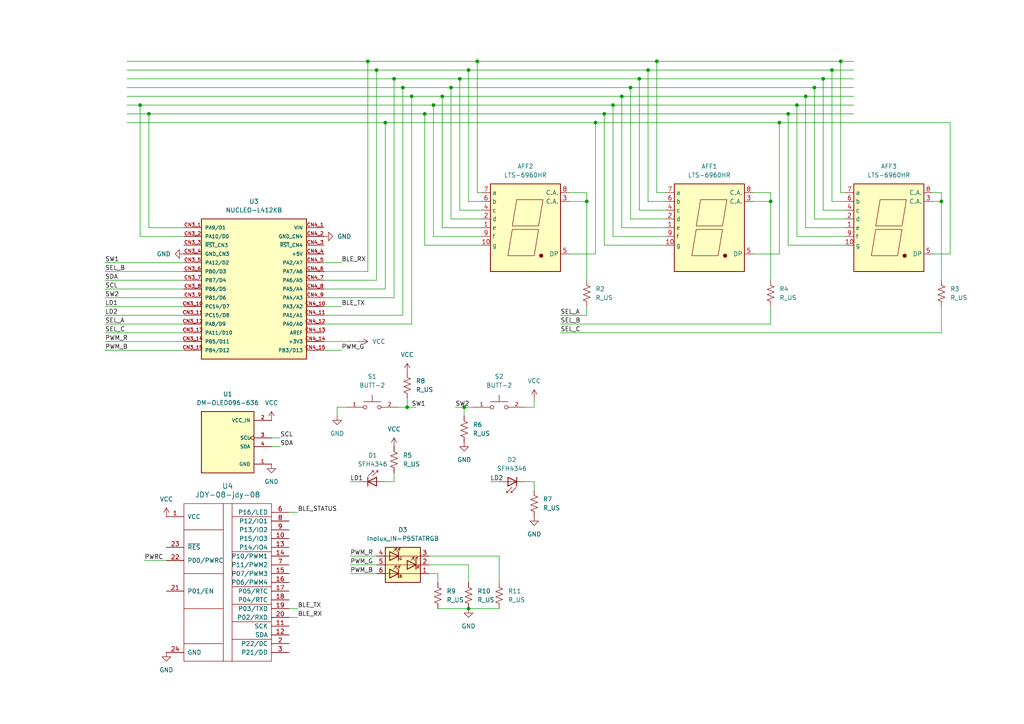
<source format=kicad_sch>
(kicad_sch (version 20250114) (generator "eeschema") (generator_version "9.0")
  (paper "A4")
  (lib_symbols
    (symbol "BUTT-2:BUTT-2" (pin_names (offset 1.016))
      (property "Reference" "S" (at -5.08 3.81 0))
      (property "Value" "BUTT-2" (at -5.08 -3.81 0))
      (symbol "BUTT-2_0_0"
        (polyline (pts (xy -2.54 1.5875) (xy 0 1.5875)) (stroke (width 0.1524)))
        (circle (center -2.0638 0) (radius 0.508) (stroke (width 0.1524)))
        (polyline (pts (xy 0 1.5875) (xy 0 3.4925)) (stroke (width 0.1524)))
        (polyline (pts (xy 0 1.5875) (xy 2.54 1.5875)) (stroke (width 0.1524)))
        (circle (center 2.0638 0) (radius 0.508) (stroke (width 0.1524)))
        (pin passive line (at -7.62 0 0) (length 5.08) (name "~") (number "1"))
        (pin passive line (at 7.62 0 180) (length 5.08) (name "~") (number "2"))
      )
    )
    (symbol "DM-OLED096-636:DM-OLED096-636" (pin_names (offset 1.016))
      (property "Reference" "U" (at -7.62 10.922 0))
      (property "Value" "DM-OLED096-636" (at -7.62 -10.16 0))
      (symbol "DM-OLED096-636_0_0"
        (rectangle (start -7.62 -7.62) (end 7.62 10.16) (stroke (width 0.254)) (fill (type background)))
        (pin power_in line (at 12.7 7.62 180) (length 5.08) (name "VCC_IN") (number "2"))
        (pin input clock (at 12.7 2.54 180) (length 5.08) (name "SCL") (number "3"))
        (pin bidirectional line (at 12.7 0 180) (length 5.08) (name "SDA") (number "4"))
        (pin power_in line (at 12.7 -5.08 180) (length 5.08) (name "GND") (number "1"))
      )
    )
    (symbol "Device:R_US" (pin_numbers (hide yes)) (pin_names (offset 0))
      (property "Reference" "R" (at 2.54 0 90))
      (property "Value" "R_US" (at -2.54 0 90))
      (symbol "R_US_0_1"
        (polyline (pts (xy 0 2.286) (xy 0 2.54)))
        (polyline (pts (xy 0 2.286) (xy 1.016 1.905) (xy 0 1.524) (xy -1.016 1.143) (xy 0 0.762)))
        (polyline (pts (xy 0 0.762) (xy 1.016 0.381) (xy 0 0) (xy -1.016 -0.381) (xy 0 -0.762)))
        (polyline (pts (xy 0 -0.762) (xy 1.016 -1.143) (xy 0 -1.524) (xy -1.016 -1.905) (xy 0 -2.286)))
        (polyline (pts (xy 0 -2.286) (xy 0 -2.54)))
      )
      (symbol "R_US_1_1"
        (pin passive line (at 0 3.81 270) (length 1.27) (name "~") (number "1"))
        (pin passive line (at 0 -3.81 90) (length 1.27) (name "~") (number "2"))
      )
    )
    (symbol "Display_Character:LTS-6960HR"
      (property "Reference" "AFF" (at -7.874 13.97 0))
      (property "Value" "LTS-6960HR" (at -2.032 13.97 0))
      (symbol "LTS-6960HR_0_1"
        (rectangle (start -10.16 12.7) (end 10.16 -12.7) (stroke (width 0.254)) (fill (type background)))
        (polyline (pts (xy -3.81 -0.508) (xy 3.81 -0.508) (xy 2.54 -8.128) (xy -5.08 -8.128) (xy -3.81 -0.508) (xy -3.81 -0.508)))
        (polyline (pts (xy -2.54 8.128) (xy 5.08 8.128) (xy 3.81 0.508) (xy -3.81 0.508) (xy -2.54 8.128) (xy -2.54 8.128)))
        (circle (center 4.572 -8.128) (radius 0.508) (fill (type outline)))
      )
      (symbol "LTS-6960HR_1_1"
        (pin passive line (at -12.7 10.16 0) (length 2.54) (name "a") (number "7"))
        (pin passive line (at -12.7 7.62 0) (length 2.54) (name "b") (number "6"))
        (pin passive line (at -12.7 5.08 0) (length 2.54) (name "c") (number "4"))
        (pin passive line (at -12.7 2.54 0) (length 2.54) (name "d") (number "2"))
        (pin passive line (at -12.7 0 0) (length 2.54) (name "e") (number "1"))
        (pin passive line (at -12.7 -2.54 0) (length 2.54) (name "f") (number "9"))
        (pin passive line (at -12.7 -5.08 0) (length 2.54) (name "g") (number "10"))
        (pin passive line (at 12.7 10.16 180) (length 2.54) (name "C.A.") (number "8"))
        (pin passive line (at 12.7 7.62 180) (length 2.54) (name "C.A.") (number "3"))
        (pin passive line (at 12.7 -7.62 180) (length 2.54) (name "DP") (number "5"))
      )
    )
    (symbol "LED:Inolux_IN-P55TATRGB" (pin_names (hide yes))
      (property "Reference" "D" (at -5.08 6.35 0))
      (property "Value" "Inolux_IN-P55TATRGB" (at -5.08 -6.35 0))
      (symbol "Inolux_IN-P55TATRGB_0_0"
        (text "B" (at -0.635 -3.3274 0) (effects (font (size 0.762 0.762))))
      )
      (symbol "Inolux_IN-P55TATRGB_0_1"
        (rectangle (start -5.08 5.08) (end 5.08 -5.08) (stroke (width 0.254)) (fill (type background)))
        (polyline (pts (xy -5.08 2.54) (xy 5.08 2.54)))
        (polyline (pts (xy -5.08 0) (xy 5.08 0)))
        (polyline (pts (xy -5.08 -2.54) (xy 5.08 -2.54)))
        (polyline (pts (xy -3.81 3.81) (xy -3.81 1.27) (xy -1.27 2.54) (xy -3.81 3.81)) (stroke (width 0.254)))
        (polyline (pts (xy -3.81 -1.27) (xy -3.81 -3.81) (xy -1.27 -2.54) (xy -3.81 -1.27)) (stroke (width 0.254)))
        (polyline (pts (xy -2.794 3.81) (xy -1.778 4.826)))
        (polyline (pts (xy -2.794 -1.27) (xy -1.778 -0.254)))
        (polyline (pts (xy -2.54 4.572) (xy -1.778 4.826) (xy -2.032 4.064)))
        (polyline (pts (xy -2.032 -1.016) (xy -1.778 -0.254) (xy -2.54 -0.508)))
        (polyline (pts (xy -1.778 3.81) (xy -0.762 4.826)))
        (polyline (pts (xy -1.778 -1.27) (xy -0.762 -0.254)))
        (polyline (pts (xy -1.524 4.572) (xy -0.762 4.826) (xy -1.016 4.064)))
        (polyline (pts (xy -1.524 -0.508) (xy -0.762 -0.254) (xy -1.016 -1.016)))
        (polyline (pts (xy -1.27 3.81) (xy -1.27 1.27)) (stroke (width 0.254)))
        (polyline (pts (xy -1.27 -1.27) (xy -1.27 -3.81)) (stroke (width 0.254)))
        (polyline (pts (xy 1.27 1.27) (xy 1.27 -1.27) (xy 3.81 0) (xy 1.27 1.27)) (stroke (width 0.254)))
        (polyline (pts (xy 2.286 1.27) (xy 3.302 2.286)))
        (polyline (pts (xy 3.048 1.524) (xy 3.302 2.286) (xy 2.54 2.032)))
        (polyline (pts (xy 3.302 1.27) (xy 4.318 2.286)))
        (polyline (pts (xy 3.556 2.032) (xy 4.318 2.286) (xy 4.064 1.524)))
        (polyline (pts (xy 3.81 1.27) (xy 3.81 -1.27)) (stroke (width 0.254)))
      )
      (symbol "Inolux_IN-P55TATRGB_1_0"
        (text "G" (at -0.635 1.8034 0) (effects (font (size 0.762 0.762))))
        (text "R" (at 4.4196 -0.7112 0) (effects (font (size 0.762 0.762))))
      )
      (symbol "Inolux_IN-P55TATRGB_1_1"
        (pin passive line (at -7.62 2.54 0) (length 2.54) (name "AG") (number "4"))
        (pin passive line (at -7.62 0 0) (length 2.54) (name "AR") (number "5"))
        (pin passive line (at -7.62 -2.54 0) (length 2.54) (name "AB") (number "6"))
        (pin passive line (at 7.62 2.54 180) (length 2.54) (name "KG") (number "3"))
        (pin passive line (at 7.62 0 180) (length 2.54) (name "KR") (number "2"))
        (pin passive line (at 7.62 -2.54 180) (length 2.54) (name "KB") (number "1"))
      )
    )
    (symbol "LED:SFH4346" (pin_numbers (hide yes)) (pin_names (offset 1.016) (hide yes))
      (property "Reference" "D" (at 0.508 1.778 0))
      (property "Value" "SFH4346" (at -1.016 -2.794 0))
      (symbol "SFH4346_0_1"
        (polyline (pts (xy -2.54 1.27) (xy -2.54 -1.27)) (stroke (width 0.254)))
        (polyline (pts (xy -2.413 1.651) (xy -0.889 3.175) (xy -0.889 2.667) (xy -0.889 3.175) (xy -1.397 3.175)))
        (polyline (pts (xy -1.143 1.651) (xy 0.381 3.175) (xy 0.381 2.667)))
        (polyline (pts (xy 0 1.27) (xy -2.54 0) (xy 0 -1.27) (xy 0 1.27)) (stroke (width 0.254)))
        (polyline (pts (xy 0 0) (xy -2.54 0)))
        (polyline (pts (xy 0.381 3.175) (xy -0.127 3.175)))
      )
      (symbol "SFH4346_1_1"
        (pin passive line (at -5.08 0 0) (length 2.54) (name "K") (number "1"))
        (pin passive line (at 2.54 0 180) (length 2.54) (name "A") (number "2"))
      )
    )
    (symbol "NUCLEO-L412KB:NUCLEO-L412KB" (pin_names (offset 1.016))
      (property "Reference" "U" (at -15.24 21.082 0))
      (property "Value" "NUCLEO-L412KB" (at -15.24 -22.86 0))
      (symbol "NUCLEO-L412KB_0_0"
        (rectangle (start -15.24 -20.32) (end 15.24 20.32) (stroke (width 0.254)) (fill (type background)))
        (pin bidirectional line (at -20.32 17.78 0) (length 5.08) (name "PA9/D1") (number "CN3_1"))
        (pin bidirectional line (at -20.32 15.24 0) (length 5.08) (name "PA10/D0") (number "CN3_2"))
        (pin bidirectional line (at -20.32 12.7 0) (length 5.08) (name "~{RST}_CN3") (number "CN3_3"))
        (pin power_in line (at -20.32 10.16 0) (length 5.08) (name "GND_CN3") (number "CN3_4"))
        (pin bidirectional line (at -20.32 7.62 0) (length 5.08) (name "PA12/D2") (number "CN3_5"))
        (pin bidirectional line (at -20.32 5.08 0) (length 5.08) (name "PB0/D3") (number "CN3_6"))
        (pin bidirectional line (at -20.32 2.54 0) (length 5.08) (name "PB7/D4") (number "CN3_7"))
        (pin bidirectional line (at -20.32 0 0) (length 5.08) (name "PB6/D5") (number "CN3_8"))
        (pin bidirectional line (at -20.32 -2.54 0) (length 5.08) (name "PB1/D6") (number "CN3_9"))
        (pin bidirectional line (at -20.32 -5.08 0) (length 5.08) (name "PC14/D7") (number "CN3_10"))
        (pin bidirectional line (at -20.32 -7.62 0) (length 5.08) (name "PC15/D8") (number "CN3_11"))
        (pin bidirectional line (at -20.32 -10.16 0) (length 5.08) (name "PA8/D9") (number "CN3_12"))
        (pin bidirectional line (at -20.32 -12.7 0) (length 5.08) (name "PA11/D10") (number "CN3_13"))
        (pin bidirectional line (at -20.32 -15.24 0) (length 5.08) (name "PB5/D11") (number "CN3_14"))
        (pin bidirectional line (at -20.32 -17.78 0) (length 5.08) (name "PB4/D12") (number "CN3_15"))
        (pin power_in line (at 20.32 17.78 180) (length 5.08) (name "VIN") (number "CN4_1"))
        (pin power_in line (at 20.32 15.24 180) (length 5.08) (name "GND_CN4") (number "CN4_2"))
        (pin bidirectional line (at 20.32 12.7 180) (length 5.08) (name "~{RST}_CN4") (number "CN4_3"))
        (pin power_in line (at 20.32 10.16 180) (length 5.08) (name "+5V") (number "CN4_4"))
        (pin bidirectional line (at 20.32 7.62 180) (length 5.08) (name "PA2/A7") (number "CN4_5"))
        (pin bidirectional line (at 20.32 5.08 180) (length 5.08) (name "PA7/A6") (number "CN4_6"))
        (pin bidirectional line (at 20.32 2.54 180) (length 5.08) (name "PA6/A5") (number "CN4_7"))
        (pin bidirectional line (at 20.32 0 180) (length 5.08) (name "PA5/A4") (number "CN4_8"))
        (pin bidirectional line (at 20.32 -2.54 180) (length 5.08) (name "PA4/A3") (number "CN4_9"))
        (pin bidirectional line (at 20.32 -5.08 180) (length 5.08) (name "PA3/A2") (number "CN4_10"))
        (pin bidirectional line (at 20.32 -7.62 180) (length 5.08) (name "PA1/A1") (number "CN4_11"))
        (pin bidirectional line (at 20.32 -10.16 180) (length 5.08) (name "PA0/A0") (number "CN4_12"))
        (pin input line (at 20.32 -12.7 180) (length 5.08) (name "AREF") (number "CN4_13"))
        (pin power_in line (at 20.32 -15.24 180) (length 5.08) (name "+3V3") (number "CN4_14"))
        (pin bidirectional line (at 20.32 -17.78 180) (length 5.08) (name "PB3/D13") (number "CN4_15"))
      )
    )
    (symbol "power:GND" (power) (pin_numbers (hide yes)) (pin_names (offset 0) (hide yes))
      (property "Value" "GND" (at 0 -3.81 0))
      (symbol "GND_0_1"
        (polyline (pts (xy 0 0) (xy 0 -1.27) (xy 1.27 -1.27) (xy 0 -2.54) (xy -1.27 -1.27) (xy 0 -1.27)))
      )
      (symbol "GND_1_1"
        (pin power_in line (at 0 0 270) (length 0) (name "~") (number "1"))
      )
    )
    (symbol "power:VCC" (power) (pin_numbers (hide yes)) (pin_names (offset 0) (hide yes))
      (property "Value" "VCC" (at 0 3.556 0))
      (symbol "VCC_0_1"
        (polyline (pts (xy -0.762 1.27) (xy 0 2.54)))
        (polyline (pts (xy 0 2.54) (xy 0.762 1.27)))
        (polyline (pts (xy 0 0) (xy 0 2.54)))
      )
      (symbol "VCC_1_1"
        (pin power_in line (at 0 0 90) (length 0) (name "~") (number "1"))
      )
    )
    (symbol "wireless_measurement_ard-rescue:JDY-08-jdy-08" (pin_names (offset 1.016))
      (property "Reference" "U" (at 0 25.4 0))
      (property "Value" "JDY-08-jdy-08" (at 0 -24.13 0))
      (symbol "JDY-08-jdy-08_0_1"
        (rectangle (start -12.7 22.86) (end 12.7 -22.86))
        (polyline (pts (xy -12.7 15.24) (xy -1.27 15.24)))
        (polyline (pts (xy -12.7 2.54) (xy -1.27 2.54)))
        (polyline (pts (xy -12.7 -7.62) (xy -1.27 -7.62)))
        (polyline (pts (xy -12.7 -17.78) (xy -1.27 -17.78)))
        (polyline (pts (xy -1.27 -21.59) (xy -1.27 -22.86) (xy -1.27 22.86)))
        (polyline (pts (xy 1.27 19.05) (xy 12.7 19.05)))
        (polyline (pts (xy 1.27 8.89) (xy 12.7 8.89)))
        (polyline (pts (xy 1.27 -1.27) (xy 12.7 -1.27)))
        (polyline (pts (xy 1.27 -6.35) (xy 12.7 -6.35)))
        (polyline (pts (xy 1.27 -11.43) (xy 12.7 -11.43)))
        (polyline (pts (xy 1.27 -16.51) (xy 12.7 -16.51)))
        (polyline (pts (xy 1.27 -22.86) (xy 1.27 22.86)))
      )
      (symbol "JDY-08-jdy-08_1_1"
        (pin power_in line (at -17.78 19.05 0) (length 5.08) (name "VCC") (number "1"))
        (pin input line (at -17.78 10.16 0) (length 5.08) (name "~{RES}") (number "23"))
        (pin input line (at -17.78 6.35 0) (length 5.08) (name "P00/PWRC") (number "22"))
        (pin input line (at -17.78 -2.54 0) (length 5.08) (name "P01/EN") (number "21"))
        (pin power_in line (at -17.78 -20.32 0) (length 5.08) (name "GND") (number "24"))
        (pin output line (at 17.78 20.32 180) (length 5.08) (name "P16/LED") (number "6"))
        (pin output line (at 17.78 17.78 180) (length 5.08) (name "P12/IO1") (number "8"))
        (pin output line (at 17.78 15.24 180) (length 5.08) (name "P13/IO2") (number "9"))
        (pin output line (at 17.78 12.7 180) (length 5.08) (name "P15/IO3") (number "10"))
        (pin output line (at 17.78 10.16 180) (length 5.08) (name "P14/IO4") (number "13"))
        (pin output line (at 17.78 7.62 180) (length 5.08) (name "P10/PWM1") (number "14"))
        (pin output line (at 17.78 5.08 180) (length 5.08) (name "P11/PWM2") (number "7"))
        (pin output line (at 17.78 2.54 180) (length 5.08) (name "P07/PWM3") (number "15"))
        (pin output line (at 17.78 0 180) (length 5.08) (name "P06/PWM4") (number "16"))
        (pin output line (at 17.78 -2.54 180) (length 5.08) (name "P05/RTC") (number "17"))
        (pin output line (at 17.78 -5.08 180) (length 5.08) (name "P04/RTC") (number "18"))
        (pin output line (at 17.78 -7.62 180) (length 5.08) (name "P03/TXD") (number "19"))
        (pin input line (at 17.78 -10.16 180) (length 5.08) (name "P02/RXD") (number "20"))
        (pin bidirectional line (at 17.78 -12.7 180) (length 5.08) (name "SCK") (number "11"))
        (pin bidirectional line (at 17.78 -15.24 180) (length 5.08) (name "SDA") (number "12"))
        (pin output line (at 17.78 -17.78 180) (length 5.08) (name "P22/DC") (number "2"))
        (pin output line (at 17.78 -20.32 180) (length 5.08) (name "P21/DD") (number "3"))
      )
    )
  )
  (junction (at 273.05 58.42))
  (junction (at 134.62 118.11))
  (junction (at 175.26 33.02))
  (junction (at 226.06 35.56))
  (junction (at 128.27 27.94))
  (junction (at 185.42 22.86))
  (junction (at 180.34 27.94))
  (junction (at 172.72 35.56))
  (junction (at 43.18 33.02))
  (junction (at 170.18 58.42))
  (junction (at 130.81 25.4))
  (junction (at 236.22 25.4))
  (junction (at 177.8 30.48))
  (junction (at 123.19 33.02))
  (junction (at 223.52 58.42))
  (junction (at 133.35 22.86))
  (junction (at 231.14 30.48))
  (junction (at 114.3 22.86))
  (junction (at 190.5 17.78))
  (junction (at 228.6 33.02))
  (junction (at 111.76 35.56))
  (junction (at 106.68 17.78))
  (junction (at 187.96 20.32))
  (junction (at 243.84 17.78))
  (junction (at 125.73 30.48))
  (junction (at 135.89 176.53))
  (junction (at 116.84 25.4))
  (junction (at 233.68 27.94))
  (junction (at 109.22 20.32))
  (junction (at 40.64 30.48))
  (junction (at 238.76 22.86))
  (junction (at 182.88 25.4))
  (junction (at 135.89 20.32))
  (junction (at 119.38 27.94))
  (junction (at 241.3 20.32))
  (junction (at 118.11 118.11))
  (junction (at 138.43 17.78))
  (wire (pts (xy 138.43 17.78) (xy 190.5 17.78)))
  (wire (pts (xy 218.44 58.42) (xy 223.52 58.42)))
  (wire (pts (xy 138.43 17.78) (xy 138.43 55.88)))
  (wire (pts (xy 101.6 161.29) (xy 109.22 161.29)))
  (wire (pts (xy 236.22 25.4) (xy 247.65 25.4)))
  (wire (pts (xy 218.44 73.66) (xy 226.06 73.66)))
  (wire (pts (xy 114.3 22.86) (xy 114.3 86.36)))
  (wire (pts (xy 182.88 25.4) (xy 182.88 63.5)))
  (wire (pts (xy 93.98 81.28) (xy 109.22 81.28)))
  (wire (pts (xy 36.83 30.48) (xy 40.64 30.48)))
  (wire (pts (xy 245.11 71.12) (xy 228.6 71.12)))
  (wire (pts (xy 30.48 86.36) (xy 53.34 86.36)))
  (wire (pts (xy 86.36 148.59) (xy 83.82 148.59)))
  (wire (pts (xy 233.68 66.04) (xy 233.68 27.94)))
  (wire (pts (xy 134.62 120.65) (xy 134.62 118.11)))
  (wire (pts (xy 241.3 58.42) (xy 241.3 20.32)))
  (wire (pts (xy 130.81 63.5) (xy 130.81 25.4)))
  (wire (pts (xy 36.83 25.4) (xy 116.84 25.4)))
  (wire (pts (xy 53.34 68.58) (xy 40.64 68.58)))
  (wire (pts (xy 93.98 83.82) (xy 111.76 83.82)))
  (wire (pts (xy 119.38 27.94) (xy 128.27 27.94)))
  (wire (pts (xy 231.14 68.58) (xy 231.14 30.48)))
  (wire (pts (xy 30.48 91.44) (xy 53.34 91.44)))
  (wire (pts (xy 119.38 93.98) (xy 119.38 27.94)))
  (wire (pts (xy 124.46 166.37) (xy 127 166.37)))
  (wire (pts (xy 100.33 118.11) (xy 97.79 118.11)))
  (wire (pts (xy 111.76 35.56) (xy 172.72 35.56)))
  (wire (pts (xy 30.48 88.9) (xy 53.34 88.9)))
  (wire (pts (xy 40.64 30.48) (xy 125.73 30.48)))
  (wire (pts (xy 175.26 33.02) (xy 228.6 33.02)))
  (wire (pts (xy 116.84 25.4) (xy 130.81 25.4)))
  (wire (pts (xy 273.05 55.88) (xy 270.51 55.88)))
  (wire (pts (xy 124.46 161.29) (xy 144.78 161.29)))
  (wire (pts (xy 152.4 139.7) (xy 154.94 139.7)))
  (wire (pts (xy 154.94 115.57) (xy 154.94 118.11)))
  (wire (pts (xy 133.35 22.86) (xy 185.42 22.86)))
  (wire (pts (xy 130.81 25.4) (xy 182.88 25.4)))
  (wire (pts (xy 226.06 35.56) (xy 275.59 35.56)))
  (wire (pts (xy 99.06 101.6) (xy 93.98 101.6)))
  (wire (pts (xy 233.68 27.94) (xy 247.65 27.94)))
  (wire (pts (xy 30.48 76.2) (xy 53.34 76.2)))
  (wire (pts (xy 81.28 129.54) (xy 78.74 129.54)))
  (wire (pts (xy 154.94 139.7) (xy 154.94 142.24)))
  (wire (pts (xy 170.18 91.44) (xy 170.18 88.9)))
  (wire (pts (xy 99.06 76.2) (xy 93.98 76.2)))
  (wire (pts (xy 245.11 55.88) (xy 243.84 55.88)))
  (wire (pts (xy 93.98 93.98) (xy 119.38 93.98)))
  (wire (pts (xy 116.84 91.44) (xy 116.84 25.4)))
  (wire (pts (xy 93.98 88.9) (xy 99.06 88.9)))
  (wire (pts (xy 245.11 60.96) (xy 238.76 60.96)))
  (wire (pts (xy 93.98 91.44) (xy 116.84 91.44)))
  (wire (pts (xy 273.05 81.28) (xy 273.05 58.42)))
  (wire (pts (xy 193.04 66.04) (xy 180.34 66.04)))
  (wire (pts (xy 177.8 30.48) (xy 231.14 30.48)))
  (wire (pts (xy 123.19 71.12) (xy 123.19 33.02)))
  (wire (pts (xy 36.83 17.78) (xy 106.68 17.78)))
  (wire (pts (xy 114.3 137.16) (xy 114.3 139.7)))
  (wire (pts (xy 111.76 35.56) (xy 111.76 83.82)))
  (wire (pts (xy 180.34 27.94) (xy 180.34 66.04)))
  (wire (pts (xy 144.78 161.29) (xy 144.78 168.91)))
  (wire (pts (xy 275.59 73.66) (xy 275.59 35.56)))
  (wire (pts (xy 139.7 58.42) (xy 135.89 58.42)))
  (wire (pts (xy 43.18 33.02) (xy 123.19 33.02)))
  (wire (pts (xy 273.05 88.9) (xy 273.05 96.52)))
  (wire (pts (xy 109.22 20.32) (xy 109.22 81.28)))
  (wire (pts (xy 135.89 176.53) (xy 144.78 176.53)))
  (wire (pts (xy 30.48 81.28) (xy 53.34 81.28)))
  (wire (pts (xy 30.48 83.82) (xy 53.34 83.82)))
  (wire (pts (xy 193.04 63.5) (xy 182.88 63.5)))
  (wire (pts (xy 36.83 27.94) (xy 119.38 27.94)))
  (wire (pts (xy 135.89 58.42) (xy 135.89 20.32)))
  (wire (pts (xy 101.6 139.7) (xy 104.14 139.7)))
  (wire (pts (xy 193.04 71.12) (xy 175.26 71.12)))
  (wire (pts (xy 86.36 179.07) (xy 83.82 179.07)))
  (wire (pts (xy 139.7 55.88) (xy 138.43 55.88)))
  (wire (pts (xy 30.48 78.74) (xy 53.34 78.74)))
  (wire (pts (xy 245.11 68.58) (xy 231.14 68.58)))
  (wire (pts (xy 228.6 71.12) (xy 228.6 33.02)))
  (wire (pts (xy 139.7 66.04) (xy 128.27 66.04)))
  (wire (pts (xy 245.11 58.42) (xy 241.3 58.42)))
  (wire (pts (xy 226.06 73.66) (xy 226.06 35.56)))
  (wire (pts (xy 185.42 22.86) (xy 238.76 22.86)))
  (wire (pts (xy 165.1 58.42) (xy 170.18 58.42)))
  (wire (pts (xy 241.3 20.32) (xy 247.65 20.32)))
  (wire (pts (xy 81.28 127) (xy 78.74 127)))
  (wire (pts (xy 142.24 139.7) (xy 144.78 139.7)))
  (wire (pts (xy 127 176.53) (xy 135.89 176.53)))
  (wire (pts (xy 53.34 66.04) (xy 43.18 66.04)))
  (wire (pts (xy 228.6 33.02) (xy 247.65 33.02)))
  (wire (pts (xy 190.5 17.78) (xy 190.5 55.88)))
  (wire (pts (xy 270.51 73.66) (xy 275.59 73.66)))
  (wire (pts (xy 114.3 139.7) (xy 111.76 139.7)))
  (wire (pts (xy 170.18 58.42) (xy 170.18 81.28)))
  (wire (pts (xy 132.08 118.11) (xy 134.62 118.11)))
  (wire (pts (xy 135.89 163.83) (xy 135.89 168.91)))
  (wire (pts (xy 124.46 163.83) (xy 135.89 163.83)))
  (wire (pts (xy 193.04 68.58) (xy 177.8 68.58)))
  (wire (pts (xy 223.52 81.28) (xy 223.52 58.42)))
  (wire (pts (xy 114.3 22.86) (xy 133.35 22.86)))
  (wire (pts (xy 223.52 93.98) (xy 223.52 88.9)))
  (wire (pts (xy 273.05 58.42) (xy 273.05 55.88)))
  (wire (pts (xy 123.19 33.02) (xy 175.26 33.02)))
  (wire (pts (xy 193.04 60.96) (xy 185.42 60.96)))
  (wire (pts (xy 104.14 99.06) (xy 93.98 99.06)))
  (wire (pts (xy 115.57 118.11) (xy 118.11 118.11)))
  (wire (pts (xy 223.52 58.42) (xy 223.52 55.88)))
  (wire (pts (xy 238.76 22.86) (xy 238.76 60.96)))
  (wire (pts (xy 93.98 86.36) (xy 114.3 86.36)))
  (wire (pts (xy 53.34 96.52) (xy 30.48 96.52)))
  (wire (pts (xy 154.94 118.11) (xy 152.4 118.11)))
  (wire (pts (xy 36.83 35.56) (xy 111.76 35.56)))
  (wire (pts (xy 243.84 17.78) (xy 247.65 17.78)))
  (wire (pts (xy 41.91 162.56) (xy 48.26 162.56)))
  (wire (pts (xy 190.5 17.78) (xy 243.84 17.78)))
  (wire (pts (xy 187.96 20.32) (xy 187.96 58.42)))
  (wire (pts (xy 118.11 118.11) (xy 120.65 118.11)))
  (wire (pts (xy 175.26 71.12) (xy 175.26 33.02)))
  (wire (pts (xy 185.42 22.86) (xy 185.42 60.96)))
  (wire (pts (xy 139.7 60.96) (xy 133.35 60.96)))
  (wire (pts (xy 128.27 27.94) (xy 128.27 66.04)))
  (wire (pts (xy 43.18 33.02) (xy 43.18 66.04)))
  (wire (pts (xy 109.22 20.32) (xy 135.89 20.32)))
  (wire (pts (xy 106.68 17.78) (xy 138.43 17.78)))
  (wire (pts (xy 182.88 25.4) (xy 236.22 25.4)))
  (wire (pts (xy 93.98 78.74) (xy 106.68 78.74)))
  (wire (pts (xy 165.1 73.66) (xy 172.72 73.66)))
  (wire (pts (xy 106.68 17.78) (xy 106.68 78.74)))
  (wire (pts (xy 231.14 30.48) (xy 247.65 30.48)))
  (wire (pts (xy 243.84 17.78) (xy 243.84 55.88)))
  (wire (pts (xy 238.76 22.86) (xy 247.65 22.86)))
  (wire (pts (xy 223.52 55.88) (xy 218.44 55.88)))
  (wire (pts (xy 193.04 55.88) (xy 190.5 55.88)))
  (wire (pts (xy 86.36 176.53) (xy 83.82 176.53)))
  (wire (pts (xy 30.48 99.06) (xy 53.34 99.06)))
  (wire (pts (xy 172.72 35.56) (xy 172.72 73.66)))
  (wire (pts (xy 36.83 33.02) (xy 43.18 33.02)))
  (wire (pts (xy 133.35 60.96) (xy 133.35 22.86)))
  (wire (pts (xy 40.64 68.58) (xy 40.64 30.48)))
  (wire (pts (xy 127 166.37) (xy 127 168.91)))
  (wire (pts (xy 118.11 118.11) (xy 118.11 115.57)))
  (wire (pts (xy 30.48 101.6) (xy 53.34 101.6)))
  (wire (pts (xy 101.6 166.37) (xy 109.22 166.37)))
  (wire (pts (xy 187.96 20.32) (xy 241.3 20.32)))
  (wire (pts (xy 97.79 118.11) (xy 97.79 120.65)))
  (wire (pts (xy 270.51 58.42) (xy 273.05 58.42)))
  (wire (pts (xy 135.89 20.32) (xy 187.96 20.32)))
  (wire (pts (xy 236.22 63.5) (xy 236.22 25.4)))
  (wire (pts (xy 125.73 68.58) (xy 125.73 30.48)))
  (wire (pts (xy 53.34 93.98) (xy 30.48 93.98)))
  (wire (pts (xy 162.56 93.98) (xy 223.52 93.98)))
  (wire (pts (xy 162.56 91.44) (xy 170.18 91.44)))
  (wire (pts (xy 134.62 118.11) (xy 137.16 118.11)))
  (wire (pts (xy 101.6 163.83) (xy 109.22 163.83)))
  (wire (pts (xy 128.27 27.94) (xy 180.34 27.94)))
  (wire (pts (xy 165.1 55.88) (xy 170.18 55.88)))
  (wire (pts (xy 172.72 35.56) (xy 226.06 35.56)))
  (wire (pts (xy 162.56 96.52) (xy 273.05 96.52)))
  (wire (pts (xy 125.73 30.48) (xy 177.8 30.48)))
  (wire (pts (xy 139.7 71.12) (xy 123.19 71.12)))
  (wire (pts (xy 193.04 58.42) (xy 187.96 58.42)))
  (wire (pts (xy 177.8 30.48) (xy 177.8 68.58)))
  (wire (pts (xy 139.7 63.5) (xy 130.81 63.5)))
  (wire (pts (xy 180.34 27.94) (xy 233.68 27.94)))
  (wire (pts (xy 170.18 55.88) (xy 170.18 58.42)))
  (wire (pts (xy 245.11 66.04) (xy 233.68 66.04)))
  (wire (pts (xy 36.83 22.86) (xy 114.3 22.86)))
  (wire (pts (xy 139.7 68.58) (xy 125.73 68.58)))
  (wire (pts (xy 245.11 63.5) (xy 236.22 63.5)))
  (wire (pts (xy 36.83 20.32) (xy 109.22 20.32)))
  (label "PWM_B" (at 101.6 166.37 0))
  (label "SEL_C" (at 30.48 96.52 0))
  (label "LD1" (at 101.6 139.7 0))
  (label "PWM_G" (at 99.06 101.6 0))
  (label "PWM_R" (at 101.6 161.29 0))
  (label "PWM_G" (at 101.6 163.83 0))
  (label "PWM_R" (at 30.48 99.06 0))
  (label "SEL_A" (at 162.56 91.44 0))
  (label "SEL_C" (at 162.56 96.52 0))
  (label "LD2" (at 142.24 139.7 0))
  (label "PWRC" (at 41.91 162.56 0))
  (label "BLE_RX" (at 86.36 179.07 0))
  (label "LD1" (at 30.48 88.9 0))
  (label "SW1" (at 119.38 118.11 0))
  (label "SW1" (at 30.48 76.2 0))
  (label "BLE_TX" (at 86.36 176.53 0))
  (label "BLE_STATUS" (at 86.36 148.59 0))
  (label "SEL_B" (at 30.48 78.74 0))
  (label "SEL_B" (at 162.56 93.98 0))
  (label "SW2" (at 30.48 86.36 0))
  (label "SW2" (at 132.08 118.11 0))
  (label "SCL" (at 30.48 83.82 0))
  (label "SDA" (at 81.28 129.54 0))
  (label "LD2" (at 30.48 91.44 0))
  (label "BLE_RX" (at 99.06 76.2 0))
  (label "PWM_B" (at 30.48 101.6 0))
  (label "BLE_TX" (at 99.06 88.9 0))
  (label "SCL" (at 81.28 127 0))
  (label "SEL_A" (at 30.48 93.98 0))
  (label "SDA" (at 30.48 81.28 0))
  (symbol (lib_id "Display_Character:LTS-6960HR") (at 152.4 66.04 0) (unit 1)
    (property "Reference" "AFF2" (at 152.4 48.26 0))
    (property "Value" "LTS-6960HR" (at 152.4 50.8 0))
    (property "Footprint" "Display_7Segment:7SegmentLED_LTS6760_LTS6780" (effects (hide yes)))
    (property "Datasheet" "https://datasheet.octopart.com/LTS-6960HR-Lite-On-datasheet-11803242.pdf" (effects (hide yes)))
    (property "Description" "DISPLAY 7 SEGMENTS common A." (effects (hide yes)))
  )
  (symbol (lib_id "power:GND") (at 154.94 149.86 0) (unit 1)
    (property "Reference" "#PWR06" (effects (hide yes)))
    (property "Value" "GND" (at 154.94 154.94 0))
    (property "Description" "Power symbol creates a global label with name \"GND\" , ground" (effects (hide yes)))
  )
  (symbol (lib_id "Device:R_US") (at 223.52 85.09 0) (unit 1)
    (property "Reference" "R4" (at 226.06 83.8199 0) (effects (justify left)))
    (property "Value" "R_US" (at 226.06 86.3599 0) (effects (justify left)))
    (property "Footprint" "Resistor_THT:R_Axial_DIN0207_L6.3mm_D2.5mm_P10.16mm_Horizontal" (effects (hide yes)))
    (property "Description" "Resistor, US symbol" (effects (hide yes)))
  )
  (symbol (lib_id "Device:R_US") (at 144.78 172.72 0) (unit 1)
    (property "Reference" "R11" (at 147.32 171.4499 0) (effects (justify left)))
    (property "Value" "R_US" (at 147.32 173.9899 0) (effects (justify left)))
    (property "Footprint" "Resistor_THT:R_Axial_DIN0207_L6.3mm_D2.5mm_P10.16mm_Horizontal" (effects (hide yes)))
    (property "Description" "Resistor, US symbol" (effects (hide yes)))
  )
  (symbol (lib_id "Device:R_US") (at 273.05 85.09 0) (unit 1)
    (property "Reference" "R3" (at 275.59 83.8199 0) (effects (justify left)))
    (property "Value" "R_US" (at 275.59 86.3599 0) (effects (justify left)))
    (property "Footprint" "Resistor_THT:R_Axial_DIN0207_L6.3mm_D2.5mm_P10.16mm_Horizontal" (effects (hide yes)))
    (property "Description" "Resistor, US symbol" (effects (hide yes)))
  )
  (symbol (lib_id "power:VCC") (at 104.14 99.06 270) (unit 1)
    (property "Reference" "#PWR014" (effects (hide yes)))
    (property "Value" "VCC" (at 107.95 99.0599 90) (effects (justify left)))
    (property "Description" "Power symbol creates a global label with name \"VCC\"" (effects (hide yes)))
  )
  (symbol (lib_id "Device:R_US") (at 114.3 133.35 0) (unit 1)
    (property "Reference" "R5" (at 116.84 132.0799 0) (effects (justify left)))
    (property "Value" "R_US" (at 116.84 134.6199 0) (effects (justify left)))
    (property "Footprint" "Resistor_THT:R_Axial_DIN0207_L6.3mm_D2.5mm_P10.16mm_Horizontal" (effects (hide yes)))
    (property "Description" "Resistor, US symbol" (effects (hide yes)))
  )
  (symbol (lib_id "Device:R_US") (at 154.94 146.05 0) (unit 1)
    (property "Reference" "R7" (at 157.48 144.7799 0) (effects (justify left)))
    (property "Value" "R_US" (at 157.48 147.3199 0) (effects (justify left)))
    (property "Footprint" "Resistor_THT:R_Axial_DIN0207_L6.3mm_D2.5mm_P10.16mm_Horizontal" (effects (hide yes)))
    (property "Description" "Resistor, US symbol" (effects (hide yes)))
  )
  (symbol (lib_id "Device:R_US") (at 118.11 111.76 0) (unit 1)
    (property "Reference" "R8" (at 120.65 110.4899 0) (effects (justify left)))
    (property "Value" "R_US" (at 120.65 113.0299 0) (effects (justify left)))
    (property "Footprint" "Resistor_THT:R_Axial_DIN0207_L6.3mm_D2.5mm_P10.16mm_Horizontal" (effects (hide yes)))
    (property "Description" "Resistor, US symbol" (effects (hide yes)))
  )
  (symbol (lib_id "LED:SFH4346") (at 147.32 139.7 180) (unit 1)
    (property "Reference" "D2" (at 148.463 133.35 0))
    (property "Value" "SFH4346" (at 148.463 135.89 0))
    (property "Footprint" "LED_THT:LED_D3.0mm_IRBlack" (effects (hide yes)))
    (property "Datasheet" "http://cdn-reichelt.de/documents/datenblatt/A500/SFH4346.pdf" (effects (hide yes)))
    (property "Description" "Infrared LED , 3mm LED package" (effects (hide yes)))
  )
  (symbol (lib_id "DM-OLED096-636:DM-OLED096-636") (at 66.04 129.54 0) (unit 1)
    (property "Reference" "U1" (at 66.04 114.3 0))
    (property "Value" "DM-OLED096-636" (at 66.04 116.84 0))
    (property "Footprint" "DM-OLED096-636:MODULE_DM-OLED096-636" (effects (hide yes)))
    (property "MF" "Display Module" (effects (hide yes)))
    (property "MAXIMUM_PACKAGE_HEIGHT" "11.3 mm" (effects (hide yes)))
    (property "Package" "Package" (effects (hide yes)))
    (property "Price" "None" (effects (hide yes)))
    (property "Check_prices" "https://www.snapeda.com/parts/DM-OLED096-636/Display+Module/view-part/?ref=eda" (effects (hide yes)))
    (property "STANDARD" "Manufacturer Recommendations" (effects (hide yes)))
    (property "PARTREV" "2018-09-10" (effects (hide yes)))
    (property "SnapEDA_Link" "https://www.snapeda.com/parts/DM-OLED096-636/Display+Module/view-part/?ref=snap" (effects (hide yes)))
    (property "MP" "DM-OLED096-636" (effects (hide yes)))
    (property "Description_1" "0.96” 128 X 64 MONOCHROME GRAPHIC OLED DISPLAY MODULE - I2C" (effects (hide yes)))
    (property "Availability" "Not in stock" (effects (hide yes)))
    (property "MANUFACTURER" "Displaymodule" (effects (hide yes)))
  )
  (symbol (lib_id "power:VCC") (at 154.94 115.57 0) (unit 1)
    (property "Reference" "#PWR04" (effects (hide yes)))
    (property "Value" "VCC" (at 154.94 110.49 0))
    (property "Description" "Power symbol creates a global label with name \"VCC\"" (effects (hide yes)))
  )
  (symbol (lib_id "power:GND") (at 78.74 134.62 0) (unit 1)
    (property "Reference" "#PWR09" (effects (hide yes)))
    (property "Value" "GND" (at 78.74 139.7 0))
    (property "Description" "Power symbol creates a global label with name \"GND\" , ground" (effects (hide yes)))
  )
  (symbol (lib_id "power:VCC") (at 48.26 149.86 0) (unit 1)
    (property "Reference" "#PWR010" (effects (hide yes)))
    (property "Value" "VCC" (at 48.26 144.78 0))
    (property "Description" "Power symbol creates a global label with name \"VCC\"" (effects (hide yes)))
  )
  (symbol (lib_id "Device:R_US") (at 135.89 172.72 0) (unit 1)
    (property "Reference" "R10" (at 138.43 171.4499 0) (effects (justify left)))
    (property "Value" "R_US" (at 138.43 173.9899 0) (effects (justify left)))
    (property "Footprint" "Resistor_THT:R_Axial_DIN0207_L6.3mm_D2.5mm_P10.16mm_Horizontal" (effects (hide yes)))
    (property "Description" "Resistor, US symbol" (effects (hide yes)))
  )
  (symbol (lib_id "power:VCC") (at 118.11 107.95 0) (unit 1)
    (property "Reference" "#PWR03" (effects (hide yes)))
    (property "Value" "VCC" (at 118.11 102.87 0))
    (property "Description" "Power symbol creates a global label with name \"VCC\"" (effects (hide yes)))
  )
  (symbol (lib_id "Display_Character:LTS-6960HR") (at 257.81 66.04 0) (unit 1)
    (property "Reference" "AFF3" (at 257.81 48.26 0))
    (property "Value" "LTS-6960HR" (at 257.81 50.8 0))
    (property "Footprint" "Display_7Segment:7SegmentLED_LTS6760_LTS6780" (effects (hide yes)))
    (property "Datasheet" "https://datasheet.octopart.com/LTS-6960HR-Lite-On-datasheet-11803242.pdf" (effects (hide yes)))
    (property "Description" "DISPLAY 7 SEGMENTS common A." (effects (hide yes)))
  )
  (symbol (lib_id "power:GND") (at 134.62 128.27 0) (unit 1)
    (property "Reference" "#PWR01" (effects (hide yes)))
    (property "Value" "GND" (at 134.62 133.35 0))
    (property "Description" "Power symbol creates a global label with name \"GND\" , ground" (effects (hide yes)))
  )
  (symbol (lib_id "LED:SFH4346") (at 109.22 139.7 0) (unit 1)
    (property "Reference" "D1" (at 108.077 132.08 0))
    (property "Value" "SFH4346" (at 108.077 134.62 0))
    (property "Footprint" "LED_THT:LED_D3.0mm_IRBlack" (effects (hide yes)))
    (property "Datasheet" "http://cdn-reichelt.de/documents/datenblatt/A500/SFH4346.pdf" (effects (hide yes)))
    (property "Description" "Infrared LED , 3mm LED package" (effects (hide yes)))
  )
  (symbol (lib_id "NUCLEO-L412KB:NUCLEO-L412KB") (at 73.66 83.82 0) (unit 1)
    (property "Reference" "U3" (at 73.66 58.42 0))
    (property "Value" "NUCLEO-L412KB" (at 73.66 60.96 0))
    (property "Footprint" "NUCLEO_L412KB:MODULE_NUCLEO-L412KB" (effects (hide yes)))
    (property "PARTREV" "8" (effects (hide yes)))
    (property "STANDARD" "Manufacturer Recommendations" (effects (hide yes)))
    (property "MAXIMUM_PACKAGE_HEIGHT" "14.5mm" (effects (hide yes)))
    (property "MANUFACTURER" "STMicroelectronics" (effects (hide yes)))
  )
  (symbol (lib_id "Device:R_US") (at 127 172.72 0) (unit 1)
    (property "Reference" "R9" (at 129.54 171.4499 0) (effects (justify left)))
    (property "Value" "R_US" (at 129.54 173.9899 0) (effects (justify left)))
    (property "Footprint" "Resistor_THT:R_Axial_DIN0207_L6.3mm_D2.5mm_P10.16mm_Horizontal" (effects (hide yes)))
    (property "Description" "Resistor, US symbol" (effects (hide yes)))
  )
  (symbol (lib_id "LED:Inolux_IN-P55TATRGB") (at 116.84 163.83 0) (unit 1)
    (property "Reference" "D3" (at 116.84 153.67 0))
    (property "Value" "Inolux_IN-P55TATRGB" (at 116.84 156.21 0))
    (property "Footprint" "LED_SMD:LED_Inolux_IN-P55TATRGB_PLCC6_5.0x5.5mm_P1.8mm" (effects (hide yes)))
    (property "Datasheet" "https://www.inolux-corp.com/datasheet/SMDLED/RGB%20Top%20View/IN-P55TATRGB.pdf" (effects (hide yes)))
    (property "Description" "Inolux RGB LED, PLCC-6" (effects (hide yes)))
  )
  (symbol (lib_id "BUTT-2:BUTT-2") (at 144.78 118.11 0) (unit 1)
    (property "Reference" "S2" (at 144.78 109.22 0))
    (property "Value" "BUTT-2" (at 144.78 111.76 0))
    (property "Footprint" "BUTT-2:SW_BUTT-2" (effects (hide yes)))
    (property "MF" "Gravitech" (effects (hide yes)))
    (property "MAXIMUM_PACKAGE_HEIGHT" "9.5 mm" (effects (hide yes)))
    (property "Package" "None" (effects (hide yes)))
    (property "Price" "None" (effects (hide yes)))
    (property "Check_prices" "https://www.snapeda.com/parts/BUTT-2/Gravitech/view-part/?ref=eda" (effects (hide yes)))
    (property "STANDARD" "Manufactrer Recommendations" (effects (hide yes)))
    (property "PARTREV" "N/A" (effects (hide yes)))
    (property "SnapEDA_Link" "https://www.snapeda.com/parts/BUTT-2/Gravitech/view-part/?ref=snap" (effects (hide yes)))
    (property "MP" "BUTT-2" (effects (hide yes)))
    (property "Description_1" "Tactile Switches MINI PUSH BUTTON SWITCH 2-PIN QTY. 4" (effects (hide yes)))
    (property "Availability" "Not in stock" (effects (hide yes)))
    (property "MANUFACTURER" "Gravitech" (effects (hide yes)))
  )
  (symbol (lib_id "power:GND") (at 93.98 68.58 90) (unit 1)
    (property "Reference" "#PWR012" (effects (hide yes)))
    (property "Value" "GND" (at 97.79 68.5799 90) (effects (justify right)))
    (property "Description" "Power symbol creates a global label with name \"GND\" , ground" (effects (hide yes)))
  )
  (symbol (lib_id "power:GND") (at 135.89 176.53 0) (unit 1)
    (property "Reference" "#PWR07" (effects (hide yes)))
    (property "Value" "GND" (at 135.89 181.61 0))
    (property "Description" "Power symbol creates a global label with name \"GND\" , ground" (effects (hide yes)))
  )
  (symbol (lib_id "power:GND") (at 97.79 120.65 0) (unit 1)
    (property "Reference" "#PWR02" (effects (hide yes)))
    (property "Value" "GND" (at 97.79 125.73 0))
    (property "Description" "Power symbol creates a global label with name \"GND\" , ground" (effects (hide yes)))
  )
  (symbol (lib_id "Device:R_US") (at 170.18 85.09 0) (unit 1)
    (property "Reference" "R2" (at 172.72 83.8199 0) (effects (justify left)))
    (property "Value" "R_US" (at 172.72 86.3599 0) (effects (justify left)))
    (property "Footprint" "Resistor_THT:R_Axial_DIN0207_L6.3mm_D2.5mm_P10.16mm_Horizontal" (effects (hide yes)))
    (property "Description" "Resistor, US symbol" (effects (hide yes)))
  )
  (symbol (lib_id "Device:R_US") (at 134.62 124.46 0) (unit 1)
    (property "Reference" "R6" (at 137.16 123.1899 0) (effects (justify left)))
    (property "Value" "R_US" (at 137.16 125.7299 0) (effects (justify left)))
    (property "Footprint" "Resistor_THT:R_Axial_DIN0207_L6.3mm_D2.5mm_P10.16mm_Horizontal" (effects (hide yes)))
    (property "Description" "Resistor, US symbol" (effects (hide yes)))
  )
  (symbol (lib_id "power:GND") (at 53.34 73.66 270) (unit 1)
    (property "Reference" "#PWR013" (effects (hide yes)))
    (property "Value" "GND" (at 49.53 73.6599 90) (effects (justify right)))
    (property "Description" "Power symbol creates a global label with name \"GND\" , ground" (effects (hide yes)))
  )
  (symbol (lib_id "power:GND") (at 48.26 189.23 0) (unit 1)
    (property "Reference" "#PWR011" (effects (hide yes)))
    (property "Value" "GND" (at 48.26 194.31 0))
    (property "Description" "Power symbol creates a global label with name \"GND\" , ground" (effects (hide yes)))
  )
  (symbol (lib_id "wireless_measurement_ard-rescue:JDY-08-jdy-08") (at 66.04 168.91 0) (unit 1)
    (property "Reference" "U4" (at 66.04 140.97 0) (effects (font (size 1.524 1.524))))
    (property "Value" "JDY-08-jdy-08" (at 66.04 143.51 0) (effects (font (size 1.524 1.524))))
    (property "Footprint" "WirelessMeasure:JDY-08_HandSoldering" (effects (hide yes)))
  )
  (symbol (lib_id "Display_Character:LTS-6960HR") (at 205.74 66.04 0) (unit 1)
    (property "Reference" "AFF1" (at 205.74 48.26 0))
    (property "Value" "LTS-6960HR" (at 205.74 50.8 0))
    (property "Footprint" "Display_7Segment:7SegmentLED_LTS6760_LTS6780" (effects (hide yes)))
    (property "Datasheet" "https://datasheet.octopart.com/LTS-6960HR-Lite-On-datasheet-11803242.pdf" (effects (hide yes)))
    (property "Description" "DISPLAY 7 SEGMENTS common A." (effects (hide yes)))
  )
  (symbol (lib_id "power:VCC") (at 114.3 129.54 0) (unit 1)
    (property "Reference" "#PWR05" (effects (hide yes)))
    (property "Value" "VCC" (at 114.3 124.46 0))
    (property "Description" "Power symbol creates a global label with name \"VCC\"" (effects (hide yes)))
  )
  (symbol (lib_id "power:VCC") (at 78.74 121.92 0) (unit 1)
    (property "Reference" "#PWR08" (effects (hide yes)))
    (property "Value" "VCC" (at 78.74 116.84 0))
    (property "Description" "Power symbol creates a global label with name \"VCC\"" (effects (hide yes)))
  )
  (symbol (lib_id "BUTT-2:BUTT-2") (at 107.95 118.11 0) (unit 1)
    (property "Reference" "S1" (at 107.95 109.22 0))
    (property "Value" "BUTT-2" (at 107.95 111.76 0))
    (property "Footprint" "BUTT-2:SW_BUTT-2" (effects (hide yes)))
    (property "MF" "Gravitech" (effects (hide yes)))
    (property "MAXIMUM_PACKAGE_HEIGHT" "9.5 mm" (effects (hide yes)))
    (property "Package" "None" (effects (hide yes)))
    (property "Price" "None" (effects (hide yes)))
    (property "Check_prices" "https://www.snapeda.com/parts/BUTT-2/Gravitech/view-part/?ref=eda" (effects (hide yes)))
    (property "STANDARD" "Manufactrer Recommendations" (effects (hide yes)))
    (property "PARTREV" "N/A" (effects (hide yes)))
    (property "SnapEDA_Link" "https://www.snapeda.com/parts/BUTT-2/Gravitech/view-part/?ref=snap" (effects (hide yes)))
    (property "MP" "BUTT-2" (effects (hide yes)))
    (property "Description_1" "Tactile Switches MINI PUSH BUTTON SWITCH 2-PIN QTY. 4" (effects (hide yes)))
    (property "Availability" "Not in stock" (effects (hide yes)))
    (property "MANUFACTURER" "Gravitech" (effects (hide yes)))
  )
)
</source>
